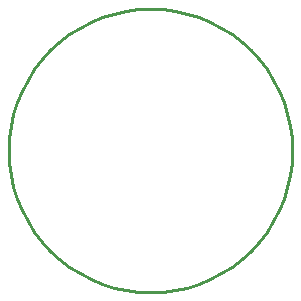
<source format=gbr>
G04 EAGLE Gerber RS-274X export*
G75*
%MOMM*%
%FSLAX34Y34*%
%LPD*%
%IN*%
%IPPOS*%
%AMOC8*
5,1,8,0,0,1.08239X$1,22.5*%
G01*
%ADD10C,0.254000*%


D10*
X-120000Y0D02*
X-119543Y-10459D01*
X-118177Y-20838D01*
X-115911Y-31058D01*
X-112763Y-41042D01*
X-108757Y-50714D01*
X-103923Y-60000D01*
X-98298Y-68829D01*
X-91925Y-77135D01*
X-84853Y-84853D01*
X-77135Y-91925D01*
X-68829Y-98298D01*
X-60000Y-103923D01*
X-50714Y-108757D01*
X-41042Y-112763D01*
X-31058Y-115911D01*
X-20838Y-118177D01*
X-10459Y-119543D01*
X0Y-120000D01*
X10459Y-119543D01*
X20838Y-118177D01*
X31058Y-115911D01*
X41042Y-112763D01*
X50714Y-108757D01*
X60000Y-103923D01*
X68829Y-98298D01*
X77135Y-91925D01*
X84853Y-84853D01*
X91925Y-77135D01*
X98298Y-68829D01*
X103923Y-60000D01*
X108757Y-50714D01*
X112763Y-41042D01*
X115911Y-31058D01*
X118177Y-20838D01*
X119543Y-10459D01*
X120000Y0D01*
X119543Y10459D01*
X118177Y20838D01*
X115911Y31058D01*
X112763Y41042D01*
X108757Y50714D01*
X103923Y60000D01*
X98298Y68829D01*
X91925Y77135D01*
X84853Y84853D01*
X77135Y91925D01*
X68829Y98298D01*
X60000Y103923D01*
X50714Y108757D01*
X41042Y112763D01*
X31058Y115911D01*
X20838Y118177D01*
X10459Y119543D01*
X0Y120000D01*
X-10459Y119543D01*
X-20838Y118177D01*
X-31058Y115911D01*
X-41042Y112763D01*
X-50714Y108757D01*
X-60000Y103923D01*
X-68829Y98298D01*
X-77135Y91925D01*
X-84853Y84853D01*
X-91925Y77135D01*
X-98298Y68829D01*
X-103923Y60000D01*
X-108757Y50714D01*
X-112763Y41042D01*
X-115911Y31058D01*
X-118177Y20838D01*
X-119543Y10459D01*
X-120000Y0D01*
M02*

</source>
